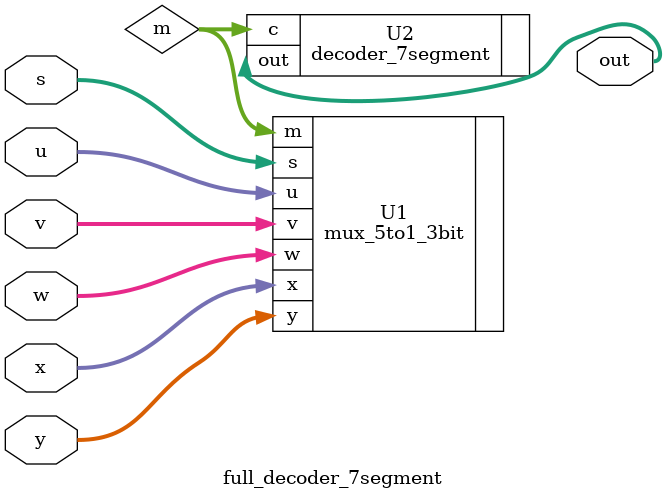
<source format=v>
module full_decoder_7segment(s,u,v,w,x,y,out);
	output [6:0] out;
	input [17:15] s;
	wire [2:0] m;
	input [14:12] u;
	input [11:9] v;
	input [8:6] w;
	input [5:3] x;
	input [2:0] y;
	
	mux_5to1_3bit U1 (.s(s[17:15]),.u(u[14:12]),.v(v[11:9]),.w(w[8:6]),.x(x[5:3]),.y(y[2:0]),.m(m[2:0]));
	decoder_7segment U2 (.c(m[2:0]),.out(out[6:0]));
endmodule
</source>
